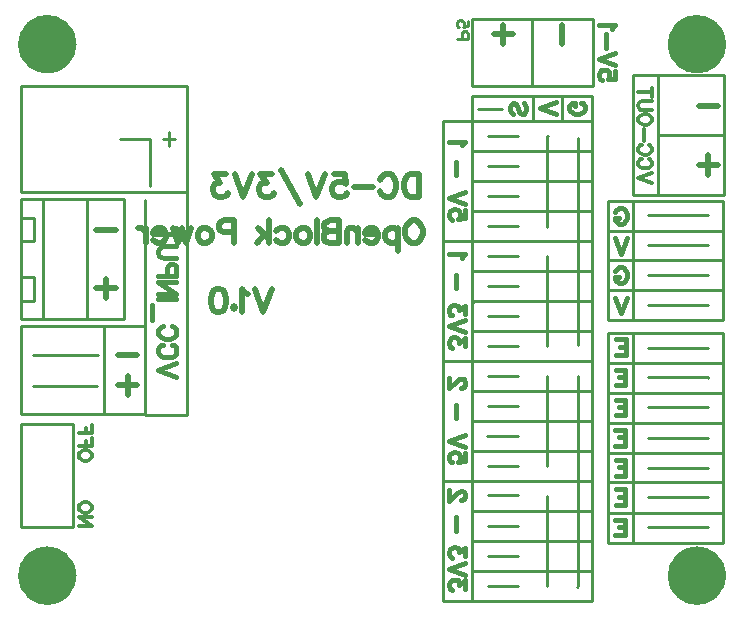
<source format=gbo>
G04 Layer: BottomSilkLayer*
G04 EasyEDA v6.4.19.5, 2021-05-27T17:32:06+08:00*
G04 33a6c8c822a742f28e1fac3212fc467e,cef4b8211a074a3184fc3ad01c494734,10*
G04 Gerber Generator version 0.2*
G04 Scale: 100 percent, Rotated: No, Reflected: No *
G04 Dimensions in millimeters *
G04 leading zeros omitted , absolute positions ,4 integer and 5 decimal *
%FSLAX45Y45*%
%MOMM*%

%ADD12C,0.5000*%
%ADD37C,0.2500*%
%ADD40C,3.0000*%
%ADD41C,0.4000*%
%ADD43C,0.3000*%

%LPD*%
D41*
X4771821Y1754985D02*
G01*
X4784549Y1748619D01*
X4797275Y1735891D01*
X4803640Y1723166D01*
X4803640Y1697710D01*
X4797275Y1684982D01*
X4784549Y1672254D01*
X4771821Y1665889D01*
X4752728Y1659526D01*
X4720910Y1659526D01*
X4701819Y1665889D01*
X4689091Y1672254D01*
X4676363Y1684982D01*
X4669998Y1697710D01*
X4669998Y1723166D01*
X4676363Y1735891D01*
X4689091Y1748619D01*
X4701819Y1754985D01*
X4720910Y1754985D01*
X4720910Y1723166D02*
G01*
X4720910Y1754985D01*
X4553623Y1658170D02*
G01*
X4419983Y1709082D01*
X4553623Y1759993D02*
G01*
X4419983Y1709082D01*
X4189082Y1660890D02*
G01*
X4176354Y1673618D01*
X4169989Y1692709D01*
X4169989Y1718165D01*
X4176354Y1737255D01*
X4189082Y1749983D01*
X4201810Y1749983D01*
X4214538Y1743621D01*
X4220900Y1737255D01*
X4227263Y1724527D01*
X4239991Y1686346D01*
X4246356Y1673618D01*
X4252719Y1667253D01*
X4265447Y1660890D01*
X4284540Y1660890D01*
X4297265Y1673618D01*
X4303631Y1692709D01*
X4303631Y1718165D01*
X4297265Y1737255D01*
X4284540Y1749983D01*
X3788580Y842060D02*
G01*
X3788580Y778306D01*
X3731178Y771956D01*
X3737528Y778306D01*
X3743878Y797356D01*
X3743878Y816406D01*
X3737528Y835710D01*
X3724828Y848410D01*
X3705778Y854760D01*
X3693078Y854760D01*
X3674028Y848410D01*
X3661328Y835710D01*
X3654978Y816406D01*
X3654978Y797356D01*
X3661328Y778306D01*
X3667678Y771956D01*
X3680378Y765606D01*
X3788580Y896670D02*
G01*
X3654978Y947722D01*
X3788580Y998522D02*
G01*
X3654978Y947722D01*
X3712128Y1138478D02*
G01*
X3712128Y1253030D01*
X3762928Y1392986D02*
G01*
X3769278Y1405686D01*
X3788580Y1424988D01*
X3654978Y1424988D01*
X3788603Y-2359888D02*
G01*
X3788603Y-2289782D01*
X3737528Y-2328138D01*
X3737528Y-2308832D01*
X3731178Y-2296132D01*
X3724828Y-2289782D01*
X3705778Y-2283432D01*
X3693078Y-2283432D01*
X3674028Y-2289782D01*
X3661328Y-2302482D01*
X3654978Y-2321788D01*
X3654978Y-2340838D01*
X3661328Y-2359888D01*
X3667678Y-2366238D01*
X3680378Y-2372588D01*
X3788603Y-2241527D02*
G01*
X3654978Y-2190465D01*
X3788603Y-2139665D02*
G01*
X3654978Y-2190465D01*
X3788603Y-2085058D02*
G01*
X3788603Y-2014954D01*
X3737528Y-2053054D01*
X3737528Y-2034004D01*
X3731178Y-2021304D01*
X3724828Y-2014954D01*
X3705778Y-2008604D01*
X3693078Y-2008604D01*
X3674028Y-2014954D01*
X3661328Y-2027654D01*
X3654978Y-2046704D01*
X3654978Y-2065754D01*
X3661328Y-2085058D01*
X3667678Y-2091408D01*
X3680378Y-2097758D01*
X3712128Y-1868650D02*
G01*
X3712128Y-1754093D01*
X3756578Y-1607792D02*
G01*
X3762928Y-1607792D01*
X3775903Y-1601188D01*
X3782253Y-1594838D01*
X3788603Y-1582138D01*
X3788603Y-1556738D01*
X3782253Y-1544038D01*
X3775903Y-1537688D01*
X3762928Y-1531338D01*
X3750228Y-1531338D01*
X3737528Y-1537688D01*
X3718478Y-1550388D01*
X3654978Y-1614142D01*
X3654978Y-1524988D01*
X3783606Y-307743D02*
G01*
X3783606Y-237637D01*
X3732555Y-275993D01*
X3732555Y-256687D01*
X3726205Y-243987D01*
X3719855Y-237637D01*
X3700805Y-231287D01*
X3688105Y-231287D01*
X3669055Y-237637D01*
X3656355Y-250337D01*
X3650005Y-269643D01*
X3650005Y-288693D01*
X3656355Y-307743D01*
X3662705Y-314093D01*
X3675405Y-320443D01*
X3783606Y-189379D02*
G01*
X3650005Y-138328D01*
X3783606Y-87528D02*
G01*
X3650005Y-138328D01*
X3783606Y-32918D02*
G01*
X3783606Y37188D01*
X3732555Y-911D01*
X3732555Y18138D01*
X3726205Y30838D01*
X3719855Y37188D01*
X3700805Y43538D01*
X3688105Y43538D01*
X3669055Y37188D01*
X3656355Y24488D01*
X3650005Y5438D01*
X3650005Y-13611D01*
X3656355Y-32918D01*
X3662705Y-39268D01*
X3675405Y-45618D01*
X3707155Y183489D02*
G01*
X3707155Y298046D01*
X3757955Y438000D02*
G01*
X3764305Y450954D01*
X3783606Y470004D01*
X3650005Y470004D01*
X3788582Y-1215082D02*
G01*
X3788582Y-1278839D01*
X3731181Y-1285189D01*
X3737531Y-1278839D01*
X3743881Y-1259789D01*
X3743881Y-1240739D01*
X3737531Y-1221432D01*
X3724831Y-1208732D01*
X3705781Y-1202382D01*
X3693081Y-1202382D01*
X3674031Y-1208732D01*
X3661331Y-1221432D01*
X3654981Y-1240739D01*
X3654981Y-1259789D01*
X3661331Y-1278839D01*
X3667681Y-1285189D01*
X3680381Y-1291539D01*
X3788582Y-1160475D02*
G01*
X3654981Y-1109423D01*
X3788582Y-1058623D02*
G01*
X3654981Y-1109423D01*
X3712131Y-918667D02*
G01*
X3712131Y-804118D01*
X3756581Y-657806D02*
G01*
X3762931Y-657806D01*
X3775882Y-651456D01*
X3782232Y-645106D01*
X3788582Y-632157D01*
X3788582Y-606757D01*
X3782232Y-594057D01*
X3775882Y-587707D01*
X3762931Y-581357D01*
X3750231Y-581357D01*
X3737531Y-587707D01*
X3718481Y-600407D01*
X3654981Y-664156D01*
X3654981Y-575007D01*
D12*
X4609993Y2251372D02*
G01*
X4609993Y2415009D01*
X4029989Y2333188D02*
G01*
X4193623Y2333188D01*
X4111805Y2415004D02*
G01*
X4111805Y2251369D01*
X5764992Y1729994D02*
G01*
X5928616Y1729994D01*
X5846795Y1310004D02*
G01*
X5846795Y1146373D01*
X5928613Y1228191D02*
G01*
X5764989Y1228191D01*
D43*
X5369991Y1074928D02*
G01*
X5255437Y1118565D01*
X5369991Y1162202D02*
G01*
X5255437Y1118565D01*
X5342712Y1280007D02*
G01*
X5353634Y1274571D01*
X5364535Y1263650D01*
X5369991Y1252753D01*
X5369991Y1230934D01*
X5364535Y1220012D01*
X5353634Y1209116D01*
X5342712Y1203655D01*
X5326354Y1198194D01*
X5299075Y1198194D01*
X5282717Y1203655D01*
X5271820Y1209116D01*
X5260898Y1220012D01*
X5255437Y1230934D01*
X5255437Y1252753D01*
X5260898Y1263650D01*
X5271820Y1274571D01*
X5282717Y1280007D01*
X5342712Y1397838D02*
G01*
X5353634Y1392377D01*
X5364535Y1381480D01*
X5369991Y1370558D01*
X5369991Y1348739D01*
X5364535Y1337843D01*
X5353634Y1326921D01*
X5342712Y1321460D01*
X5326354Y1316024D01*
X5299075Y1316024D01*
X5282717Y1321460D01*
X5271820Y1326921D01*
X5260898Y1337843D01*
X5255437Y1348739D01*
X5255437Y1370558D01*
X5260898Y1381480D01*
X5271820Y1392377D01*
X5282717Y1397838D01*
X5304536Y1433829D02*
G01*
X5304536Y1532026D01*
X5369991Y1600733D02*
G01*
X5364535Y1589836D01*
X5353634Y1578914D01*
X5342712Y1573479D01*
X5326354Y1568018D01*
X5299075Y1568018D01*
X5282717Y1573479D01*
X5271820Y1578914D01*
X5260898Y1589836D01*
X5255437Y1600733D01*
X5255437Y1622552D01*
X5260898Y1633473D01*
X5271820Y1644370D01*
X5282717Y1649831D01*
X5299075Y1655292D01*
X5326354Y1655292D01*
X5342712Y1649831D01*
X5353634Y1644370D01*
X5364535Y1633473D01*
X5369991Y1622552D01*
X5369991Y1600733D01*
X5369991Y1691284D02*
G01*
X5288178Y1691284D01*
X5271820Y1696745D01*
X5260898Y1707642D01*
X5255437Y1724025D01*
X5255437Y1734926D01*
X5260898Y1751279D01*
X5271820Y1762201D01*
X5288178Y1767662D01*
X5369991Y1767662D01*
X5369991Y1841830D02*
G01*
X5255437Y1841830D01*
X5369991Y1803654D02*
G01*
X5369991Y1880006D01*
D41*
X5058915Y832472D02*
G01*
X5065288Y845205D01*
X5078011Y857933D01*
X5090741Y864290D01*
X5116200Y864290D01*
X5128925Y857933D01*
X5141648Y845205D01*
X5148013Y832472D01*
X5154378Y813386D01*
X5154378Y781568D01*
X5148013Y762474D01*
X5141648Y749749D01*
X5128925Y737016D01*
X5116200Y730653D01*
X5090741Y730653D01*
X5078011Y737016D01*
X5065288Y749749D01*
X5058915Y762474D01*
X5058915Y781568D01*
X5090741Y781568D02*
G01*
X5058915Y781568D01*
X5156799Y610003D02*
G01*
X5105887Y476364D01*
X5054978Y610003D02*
G01*
X5105887Y476364D01*
X5059989Y328178D02*
G01*
X5066362Y340911D01*
X5079085Y353639D01*
X5091816Y359996D01*
X5117271Y359996D01*
X5129999Y353639D01*
X5142722Y340911D01*
X5149090Y328178D01*
X5155453Y309092D01*
X5155453Y277274D01*
X5149090Y258180D01*
X5142722Y245455D01*
X5129999Y232722D01*
X5117271Y226359D01*
X5091816Y226359D01*
X5079085Y232722D01*
X5066362Y245455D01*
X5059989Y258180D01*
X5059989Y277274D01*
X5091816Y277274D02*
G01*
X5059989Y277274D01*
X5156796Y105006D02*
G01*
X5105885Y-28633D01*
X5054978Y105006D02*
G01*
X5105885Y-28633D01*
X5147721Y-250009D02*
G01*
X5147721Y-383651D01*
X5147721Y-250009D02*
G01*
X5064991Y-250009D01*
X5147721Y-313649D02*
G01*
X5096809Y-313649D01*
X5147721Y-383651D02*
G01*
X5064991Y-383651D01*
X5144028Y-504764D02*
G01*
X5144028Y-638408D01*
X5144028Y-504764D02*
G01*
X5061295Y-504764D01*
X5144028Y-568406D02*
G01*
X5093114Y-568406D01*
X5144028Y-638408D02*
G01*
X5061295Y-638408D01*
X5143964Y-759739D02*
G01*
X5143964Y-893381D01*
X5143964Y-759739D02*
G01*
X5061234Y-759739D01*
X5143964Y-823376D02*
G01*
X5093053Y-823376D01*
X5143964Y-893381D02*
G01*
X5061234Y-893381D01*
X5142717Y-1015006D02*
G01*
X5142717Y-1148648D01*
X5142717Y-1015006D02*
G01*
X5059987Y-1015006D01*
X5142717Y-1078644D02*
G01*
X5091805Y-1078644D01*
X5142717Y-1148648D02*
G01*
X5059987Y-1148648D01*
X5143964Y-1269616D02*
G01*
X5143964Y-1403256D01*
X5143964Y-1269616D02*
G01*
X5061234Y-1269616D01*
X5143964Y-1333253D02*
G01*
X5093053Y-1333253D01*
X5143964Y-1403256D02*
G01*
X5061234Y-1403256D01*
X5143964Y-1519836D02*
G01*
X5143964Y-1653479D01*
X5143964Y-1519836D02*
G01*
X5061234Y-1519836D01*
X5143964Y-1583479D02*
G01*
X5093053Y-1583479D01*
X5143964Y-1653479D02*
G01*
X5061234Y-1653479D01*
X5142710Y-1775002D02*
G01*
X5142710Y-1908644D01*
X5142710Y-1775002D02*
G01*
X5059982Y-1775002D01*
X5142710Y-1838639D02*
G01*
X5091800Y-1838639D01*
X5142710Y-1908644D02*
G01*
X5059982Y-1908644D01*
D12*
X664997Y680008D02*
G01*
X828624Y680008D01*
X746803Y264998D02*
G01*
X746803Y101366D01*
X828621Y183184D02*
G01*
X664994Y183184D01*
X850013Y-384987D02*
G01*
X1013640Y-384987D01*
X931824Y-554987D02*
G01*
X931824Y-718619D01*
X1013637Y-636800D02*
G01*
X850011Y-636800D01*
D43*
X515012Y-1662722D02*
G01*
X520466Y-1651812D01*
X531375Y-1640903D01*
X542284Y-1635447D01*
X558647Y-1629994D01*
X585922Y-1629994D01*
X602284Y-1635447D01*
X613194Y-1640903D01*
X624103Y-1651812D01*
X629556Y-1662722D01*
X629556Y-1684538D01*
X624103Y-1695447D01*
X613194Y-1706356D01*
X602284Y-1711812D01*
X585922Y-1717266D01*
X558647Y-1717266D01*
X542284Y-1711812D01*
X531375Y-1706356D01*
X520466Y-1695447D01*
X515012Y-1684538D01*
X515012Y-1662722D01*
X515012Y-1753265D02*
G01*
X629556Y-1753265D01*
X515012Y-1753265D02*
G01*
X629556Y-1829630D01*
X515012Y-1829630D02*
G01*
X629556Y-1829630D01*
X629556Y-1243365D02*
G01*
X624103Y-1254272D01*
X613194Y-1265181D01*
X602284Y-1270637D01*
X585922Y-1276090D01*
X558647Y-1276090D01*
X542284Y-1270637D01*
X531375Y-1265181D01*
X520466Y-1254272D01*
X515012Y-1243365D01*
X515012Y-1221546D01*
X520466Y-1210637D01*
X531375Y-1199728D01*
X542284Y-1194272D01*
X558647Y-1188819D01*
X585922Y-1188819D01*
X602284Y-1194272D01*
X613194Y-1199728D01*
X624103Y-1210637D01*
X629556Y-1221546D01*
X629556Y-1243365D01*
X629556Y-1152819D02*
G01*
X515012Y-1152819D01*
X629556Y-1152819D02*
G01*
X629556Y-1081910D01*
X575012Y-1152819D02*
G01*
X575012Y-1109182D01*
X629556Y-1045911D02*
G01*
X515012Y-1045911D01*
X629556Y-1045911D02*
G01*
X629556Y-975001D01*
X575012Y-1045911D02*
G01*
X575012Y-1002273D01*
D41*
X5053622Y2023084D02*
G01*
X5053622Y1959442D01*
X4996350Y1953079D01*
X5002712Y1959442D01*
X5009078Y1978535D01*
X5009078Y1997628D01*
X5002712Y2016716D01*
X4989984Y2029447D01*
X4970894Y2035810D01*
X4958166Y2035810D01*
X4939075Y2029447D01*
X4926347Y2016716D01*
X4919985Y1997628D01*
X4919985Y1978535D01*
X4926347Y1959442D01*
X4932713Y1953079D01*
X4945440Y1946716D01*
X5053622Y2077813D02*
G01*
X4919985Y2128720D01*
X5053622Y2179634D02*
G01*
X4919985Y2128720D01*
X4977259Y2221636D02*
G01*
X4977259Y2336185D01*
X5028168Y2378184D02*
G01*
X5034531Y2390914D01*
X5053622Y2410002D01*
X4919985Y2410002D01*
X1343642Y-566734D02*
G01*
X1190914Y-508553D01*
X1343642Y-450372D02*
G01*
X1190914Y-508553D01*
X1307279Y-293281D02*
G01*
X1321823Y-300553D01*
X1336370Y-315099D01*
X1343642Y-329643D01*
X1343642Y-358736D01*
X1336370Y-373280D01*
X1321823Y-387827D01*
X1307279Y-395099D01*
X1285460Y-402371D01*
X1249095Y-402371D01*
X1227279Y-395099D01*
X1212733Y-387827D01*
X1198186Y-373280D01*
X1190914Y-358736D01*
X1190914Y-329643D01*
X1198186Y-315099D01*
X1212733Y-300553D01*
X1227279Y-293281D01*
X1307279Y-136189D02*
G01*
X1321823Y-143464D01*
X1336370Y-158008D01*
X1343642Y-172554D01*
X1343642Y-201645D01*
X1336370Y-216189D01*
X1321823Y-230736D01*
X1307279Y-238008D01*
X1285460Y-245280D01*
X1249095Y-245280D01*
X1227279Y-238008D01*
X1212733Y-230736D01*
X1198186Y-216189D01*
X1190914Y-201645D01*
X1190914Y-172554D01*
X1198186Y-158008D01*
X1212733Y-143464D01*
X1227279Y-136189D01*
X1140005Y-88191D02*
G01*
X1140005Y42717D01*
X1343642Y90718D02*
G01*
X1190914Y90718D01*
X1343642Y138717D02*
G01*
X1190914Y138717D01*
X1343642Y138717D02*
G01*
X1190914Y240535D01*
X1343642Y240535D02*
G01*
X1190914Y240535D01*
X1343642Y288536D02*
G01*
X1190914Y288536D01*
X1343642Y288536D02*
G01*
X1343642Y353989D01*
X1336370Y375808D01*
X1329095Y383080D01*
X1314551Y390354D01*
X1292732Y390354D01*
X1278186Y383080D01*
X1270914Y375808D01*
X1263642Y353989D01*
X1263642Y288536D01*
X1343642Y438353D02*
G01*
X1234551Y438353D01*
X1212733Y445625D01*
X1198186Y460171D01*
X1190914Y481990D01*
X1190914Y496534D01*
X1198186Y518353D01*
X1212733Y532899D01*
X1234551Y540171D01*
X1343642Y540171D01*
X1343642Y639079D02*
G01*
X1190914Y639079D01*
X1343642Y588172D02*
G01*
X1343642Y689988D01*
D12*
X3393638Y1148621D02*
G01*
X3393638Y957712D01*
X3393638Y1148621D02*
G01*
X3330003Y1148621D01*
X3302731Y1139530D01*
X3284547Y1121346D01*
X3275456Y1103165D01*
X3266366Y1075893D01*
X3266366Y1030439D01*
X3275456Y1003165D01*
X3284547Y984984D01*
X3302731Y966802D01*
X3330003Y957712D01*
X3393638Y957712D01*
X3070004Y1103165D02*
G01*
X3079094Y1121346D01*
X3097275Y1139530D01*
X3115457Y1148621D01*
X3151822Y1148621D01*
X3170003Y1139530D01*
X3188185Y1121346D01*
X3197275Y1103165D01*
X3206366Y1075893D01*
X3206366Y1030439D01*
X3197275Y1003165D01*
X3188185Y984984D01*
X3170003Y966802D01*
X3151822Y957712D01*
X3115457Y957712D01*
X3097275Y966802D01*
X3079094Y984984D01*
X3070004Y1003165D01*
X3010004Y1039530D02*
G01*
X2846367Y1039530D01*
X2677276Y1148621D02*
G01*
X2768185Y1148621D01*
X2777276Y1066802D01*
X2768185Y1075893D01*
X2740913Y1084983D01*
X2713639Y1084983D01*
X2686367Y1075893D01*
X2668186Y1057711D01*
X2659095Y1030439D01*
X2659095Y1012256D01*
X2668186Y984984D01*
X2686367Y966802D01*
X2713639Y957712D01*
X2740913Y957712D01*
X2768185Y966802D01*
X2777276Y975893D01*
X2786367Y994074D01*
X2599095Y1148621D02*
G01*
X2526367Y957712D01*
X2453640Y1148621D02*
G01*
X2526367Y957712D01*
X2230005Y1184983D02*
G01*
X2393640Y894074D01*
X2151824Y1148621D02*
G01*
X2051824Y1148621D01*
X2106368Y1075893D01*
X2079096Y1075893D01*
X2060915Y1066802D01*
X2051824Y1057711D01*
X2042734Y1030439D01*
X2042734Y1012256D01*
X2051824Y984984D01*
X2070006Y966802D01*
X2097278Y957712D01*
X2124549Y957712D01*
X2151824Y966802D01*
X2160915Y975893D01*
X2170005Y994074D01*
X1982734Y1148621D02*
G01*
X1910006Y957712D01*
X1837278Y1148621D02*
G01*
X1910006Y957712D01*
X1759097Y1148621D02*
G01*
X1659097Y1148621D01*
X1713641Y1075893D01*
X1686369Y1075893D01*
X1668188Y1066802D01*
X1659097Y1057711D01*
X1650006Y1030439D01*
X1650006Y1012256D01*
X1659097Y984984D01*
X1677278Y966802D01*
X1704550Y957712D01*
X1731825Y957712D01*
X1759097Y966802D01*
X1768187Y975893D01*
X1777278Y994074D01*
X3372929Y757824D02*
G01*
X3391113Y748733D01*
X3409294Y730552D01*
X3418385Y712368D01*
X3427475Y685096D01*
X3427475Y639643D01*
X3418385Y612368D01*
X3409294Y594187D01*
X3391113Y576005D01*
X3372929Y566915D01*
X3336566Y566915D01*
X3318385Y576005D01*
X3300204Y594187D01*
X3291113Y612368D01*
X3282022Y639643D01*
X3282022Y685096D01*
X3291113Y712368D01*
X3300204Y730552D01*
X3318385Y748733D01*
X3336566Y757824D01*
X3372929Y757824D01*
X3222023Y694187D02*
G01*
X3222023Y503278D01*
X3222023Y666915D02*
G01*
X3203839Y685096D01*
X3185657Y694187D01*
X3158385Y694187D01*
X3140204Y685096D01*
X3122023Y666915D01*
X3112930Y639643D01*
X3112930Y621459D01*
X3122023Y594187D01*
X3140204Y576005D01*
X3158385Y566915D01*
X3185657Y566915D01*
X3203839Y576005D01*
X3222023Y594187D01*
X3052930Y639643D02*
G01*
X2943839Y639643D01*
X2943839Y657824D01*
X2952930Y676005D01*
X2962023Y685096D01*
X2980204Y694187D01*
X3007476Y694187D01*
X3025658Y685096D01*
X3043839Y666915D01*
X3052930Y639643D01*
X3052930Y621459D01*
X3043839Y594187D01*
X3025658Y576005D01*
X3007476Y566915D01*
X2980204Y566915D01*
X2962023Y576005D01*
X2943839Y594187D01*
X2883839Y694187D02*
G01*
X2883839Y566915D01*
X2883839Y657824D02*
G01*
X2856567Y685096D01*
X2838386Y694187D01*
X2811114Y694187D01*
X2792930Y685096D01*
X2783840Y657824D01*
X2783840Y566915D01*
X2723840Y757824D02*
G01*
X2723840Y566915D01*
X2723840Y757824D02*
G01*
X2642024Y757824D01*
X2614749Y748733D01*
X2605659Y739642D01*
X2596568Y721459D01*
X2596568Y703277D01*
X2605659Y685096D01*
X2614749Y676005D01*
X2642024Y666915D01*
X2723840Y666915D02*
G01*
X2642024Y666915D01*
X2614749Y657824D01*
X2605659Y648733D01*
X2596568Y630552D01*
X2596568Y603277D01*
X2605659Y585096D01*
X2614749Y576005D01*
X2642024Y566915D01*
X2723840Y566915D01*
X2536568Y757824D02*
G01*
X2536568Y566915D01*
X2431115Y694187D02*
G01*
X2449296Y685096D01*
X2467477Y666915D01*
X2476568Y639643D01*
X2476568Y621459D01*
X2467477Y594187D01*
X2449296Y576005D01*
X2431115Y566915D01*
X2403840Y566915D01*
X2385659Y576005D01*
X2367478Y594187D01*
X2358387Y621459D01*
X2358387Y639643D01*
X2367478Y666915D01*
X2385659Y685096D01*
X2403840Y694187D01*
X2431115Y694187D01*
X2189297Y666915D02*
G01*
X2207478Y685096D01*
X2225659Y694187D01*
X2252931Y694187D01*
X2271115Y685096D01*
X2289296Y666915D01*
X2298387Y639643D01*
X2298387Y621459D01*
X2289296Y594187D01*
X2271115Y576005D01*
X2252931Y566915D01*
X2225659Y566915D01*
X2207478Y576005D01*
X2189297Y594187D01*
X2129297Y757824D02*
G01*
X2129297Y566915D01*
X2038388Y694187D02*
G01*
X2129297Y603277D01*
X2092932Y639643D02*
G01*
X2029297Y566915D01*
X1829297Y757824D02*
G01*
X1829297Y566915D01*
X1829297Y757824D02*
G01*
X1747479Y757824D01*
X1720207Y748733D01*
X1711116Y739642D01*
X1702026Y721459D01*
X1702026Y694187D01*
X1711116Y676005D01*
X1720207Y666915D01*
X1747479Y657824D01*
X1829297Y657824D01*
X1596570Y694187D02*
G01*
X1614751Y685096D01*
X1632932Y666915D01*
X1642026Y639643D01*
X1642026Y621459D01*
X1632932Y594187D01*
X1614751Y576005D01*
X1596570Y566915D01*
X1569298Y566915D01*
X1551117Y576005D01*
X1532933Y594187D01*
X1523842Y621459D01*
X1523842Y639643D01*
X1532933Y666915D01*
X1551117Y685096D01*
X1569298Y694187D01*
X1596570Y694187D01*
X1463842Y694187D02*
G01*
X1427479Y566915D01*
X1391117Y694187D02*
G01*
X1427479Y566915D01*
X1391117Y694187D02*
G01*
X1354752Y566915D01*
X1318389Y694187D02*
G01*
X1354752Y566915D01*
X1258389Y639643D02*
G01*
X1149299Y639643D01*
X1149299Y657824D01*
X1158389Y676005D01*
X1167480Y685096D01*
X1185661Y694187D01*
X1212933Y694187D01*
X1231117Y685096D01*
X1249298Y666915D01*
X1258389Y639643D01*
X1258389Y621459D01*
X1249298Y594187D01*
X1231117Y576005D01*
X1212933Y566915D01*
X1185661Y566915D01*
X1167480Y576005D01*
X1149299Y594187D01*
X1089299Y694187D02*
G01*
X1089299Y566915D01*
X1089299Y639643D02*
G01*
X1080208Y666915D01*
X1062027Y685096D01*
X1043843Y694187D01*
X1016571Y694187D01*
X2151362Y175005D02*
G01*
X2078634Y-15902D01*
X2005906Y175005D02*
G01*
X2078634Y-15902D01*
X1945906Y138643D02*
G01*
X1927725Y147734D01*
X1900453Y175005D01*
X1900453Y-15902D01*
X1831362Y29552D02*
G01*
X1840453Y20462D01*
X1831362Y11369D01*
X1822272Y20462D01*
X1831362Y29552D01*
X1707725Y175005D02*
G01*
X1734997Y165915D01*
X1753179Y138643D01*
X1762272Y93187D01*
X1762272Y65915D01*
X1753179Y20462D01*
X1734997Y-6812D01*
X1707725Y-15902D01*
X1689544Y-15902D01*
X1662272Y-6812D01*
X1644088Y20462D01*
X1634997Y65915D01*
X1634997Y93187D01*
X1644088Y138643D01*
X1662272Y165915D01*
X1689544Y175005D01*
X1707725Y175005D01*
D37*
X3810513Y2297760D02*
G01*
X3715009Y2297760D01*
X3810513Y2297760D02*
G01*
X3810513Y2338654D01*
X3805941Y2352370D01*
X3801369Y2356942D01*
X3792225Y2361514D01*
X3778509Y2361514D01*
X3769619Y2356942D01*
X3765047Y2352370D01*
X3760475Y2338654D01*
X3760475Y2297760D01*
X3810513Y2445842D02*
G01*
X3810513Y2400376D01*
X3769619Y2396058D01*
X3774191Y2400376D01*
X3778509Y2414092D01*
X3778509Y2427808D01*
X3774191Y2441270D01*
X3765047Y2450414D01*
X3751331Y2454986D01*
X3742187Y2454986D01*
X3728725Y2450414D01*
X3719581Y2441270D01*
X3715009Y2427808D01*
X3715009Y2414092D01*
X3719581Y2400376D01*
X3724153Y2396058D01*
X3733297Y2391486D01*
X3849979Y1599996D02*
G01*
X3849979Y-2459989D01*
X3849979Y-2459989D02*
G01*
X4864988Y-2459989D01*
X4864988Y-2459989D02*
G01*
X4864988Y1599996D01*
X4864988Y1599996D02*
G01*
X3849979Y1599996D01*
X3854983Y1349984D02*
G01*
X3859961Y1345006D01*
X4859985Y1345006D01*
X4864988Y1340002D01*
X4864988Y1094994D02*
G01*
X3849979Y1094994D01*
X3859987Y840003D02*
G01*
X4864988Y840003D01*
X4864988Y584987D02*
G01*
X3859961Y584987D01*
X3854983Y580009D01*
X3854983Y329996D02*
G01*
X4859985Y329996D01*
X4859985Y75006D02*
G01*
X3859987Y75006D01*
X3854983Y70002D01*
X3854983Y-175005D02*
G01*
X3859987Y-180009D01*
X4864988Y-180009D01*
X4864988Y-429996D02*
G01*
X3854983Y-429996D01*
X3854983Y-684987D02*
G01*
X4864988Y-684987D01*
X4864988Y-940003D02*
G01*
X3854983Y-940003D01*
X3854983Y-1194993D02*
G01*
X4864988Y-1194993D01*
X4864988Y-1445005D02*
G01*
X3854983Y-1445005D01*
X3854983Y-1699996D02*
G01*
X4864988Y-1699996D01*
X4859985Y-1954987D02*
G01*
X3849979Y-1954987D01*
X3859987Y-2210003D02*
G01*
X4864988Y-2210003D01*
X3849979Y1599996D02*
G01*
X3849979Y1810004D01*
X3849979Y1810004D02*
G01*
X4864988Y1810004D01*
X4864988Y1810004D02*
G01*
X4864988Y1594993D01*
X4609998Y1799996D02*
G01*
X4609998Y1599996D01*
X4359986Y1805000D02*
G01*
X4359986Y1599996D01*
X3899992Y1699996D02*
G01*
X4099991Y1699996D01*
X3849877Y1599945D02*
G01*
X3599992Y1599996D01*
X3599992Y1599996D02*
G01*
X3599992Y-2459989D01*
X3599992Y-2459989D02*
G01*
X3849979Y-2459989D01*
X3854983Y584987D02*
G01*
X3599992Y584987D01*
X3849979Y-429996D02*
G01*
X3599992Y-429996D01*
X3849979Y-1445005D02*
G01*
X3599992Y-1445005D01*
X3849979Y2459989D02*
G01*
X3849979Y1899996D01*
X3849979Y1899996D02*
G01*
X4869992Y1899996D01*
X4869992Y1899996D02*
G01*
X4869992Y2459989D01*
X4869992Y2459989D02*
G01*
X3849979Y2459989D01*
X4354982Y2454986D02*
G01*
X4354982Y1905000D01*
X5978296Y1990013D02*
G01*
X5418302Y1990013D01*
X5418302Y1990013D02*
G01*
X5418302Y970000D01*
X5418302Y970000D02*
G01*
X5978296Y970000D01*
X5978296Y970000D02*
G01*
X5978296Y1990013D01*
X5973216Y1484909D02*
G01*
X5423306Y1484909D01*
X5209997Y924991D02*
G01*
X5209997Y-84988D01*
X5209997Y-84988D02*
G01*
X5969990Y-84988D01*
X5969990Y-84988D02*
G01*
X5969990Y924991D01*
X5969990Y924991D02*
G01*
X5209997Y924991D01*
X5215000Y670001D02*
G01*
X5969990Y670001D01*
X5215000Y419988D02*
G01*
X5969990Y419988D01*
X5215000Y164998D02*
G01*
X5969990Y164998D01*
X5419979Y970000D02*
G01*
X5209997Y970000D01*
X5209997Y970000D02*
G01*
X5209997Y1989988D01*
X5209997Y1989988D02*
G01*
X5419979Y1989988D01*
X5209997Y924991D02*
G01*
X4999990Y924991D01*
X4999990Y924991D02*
G01*
X4999990Y-84988D01*
X4999990Y-84988D02*
G01*
X5209997Y-84988D01*
X5215000Y670001D02*
G01*
X4999990Y670001D01*
X5209997Y419988D02*
G01*
X4999990Y419988D01*
X5215000Y164998D02*
G01*
X4999990Y164998D01*
X5209997Y-194995D02*
G01*
X5209997Y-1969998D01*
X5209997Y-1969998D02*
G01*
X5969990Y-1969998D01*
X5969990Y-1969998D02*
G01*
X5969990Y-194995D01*
X5969990Y-194995D02*
G01*
X5209997Y-194995D01*
X5209997Y-445007D02*
G01*
X5969990Y-445007D01*
X5209997Y-699998D02*
G01*
X5969990Y-699998D01*
X5215000Y-954989D02*
G01*
X5969990Y-954989D01*
X5215000Y-1210005D02*
G01*
X5964986Y-1210005D01*
X5969990Y-1215009D01*
X5215000Y-1464995D02*
G01*
X5220004Y-1459992D01*
X5969990Y-1459992D01*
X5215000Y-1715007D02*
G01*
X5969990Y-1715007D01*
X4739995Y1454988D02*
G01*
X4739995Y-299999D01*
X4739995Y-559993D02*
G01*
X4739995Y-2340000D01*
X4734991Y-2345004D01*
X4489983Y1475003D02*
G01*
X4484979Y1475003D01*
X4484979Y705002D01*
X4484979Y459994D02*
G01*
X4484979Y-305003D01*
X4484979Y-559993D02*
G01*
X4484979Y-1319987D01*
X4484979Y-1575003D02*
G01*
X4484979Y-2340000D01*
X3980002Y1475003D02*
G01*
X4234992Y1475003D01*
X3980002Y1219987D02*
G01*
X4234992Y1219987D01*
X3980002Y964996D02*
G01*
X4234992Y964996D01*
X3980002Y715010D02*
G01*
X4234992Y715010D01*
X3980002Y459994D02*
G01*
X4234992Y459994D01*
X3980002Y205003D02*
G01*
X4234992Y205003D01*
X3980002Y-50012D02*
G01*
X4234992Y-50012D01*
X4234992Y-54990D01*
X3980002Y-305003D02*
G01*
X4234992Y-305003D01*
X3980002Y-559993D02*
G01*
X4234992Y-559993D01*
X3980002Y-810005D02*
G01*
X4234992Y-810005D01*
X3974998Y-1064996D02*
G01*
X4234992Y-1064996D01*
X3980002Y-1319987D02*
G01*
X4234992Y-1319987D01*
X3980002Y-1569999D02*
G01*
X4234992Y-1569999D01*
X3980002Y-1829993D02*
G01*
X4234992Y-1829993D01*
X3980002Y-2084984D02*
G01*
X4234992Y-2084984D01*
X3980002Y-2334996D02*
G01*
X4234992Y-2334996D01*
X5209997Y-194995D02*
G01*
X4999990Y-194995D01*
X4999990Y-194995D02*
G01*
X4999990Y-1969998D01*
X4999990Y-1969998D02*
G01*
X5209997Y-1969998D01*
X5209997Y-445007D02*
G01*
X4999990Y-445007D01*
X5209997Y-699998D02*
G01*
X4999990Y-699998D01*
X5209997Y-954989D02*
G01*
X4999990Y-954989D01*
X5209997Y-1210005D02*
G01*
X4999990Y-1210005D01*
X5209997Y-1459992D02*
G01*
X4999990Y-1459992D01*
X5209997Y-1715007D02*
G01*
X4999990Y-1715007D01*
X5334990Y-319989D02*
G01*
X5844997Y-319989D01*
X5334990Y-570001D02*
G01*
X5839993Y-570001D01*
X5844997Y-575005D01*
X5334990Y-824992D02*
G01*
X5844997Y-824992D01*
X5334990Y-1080007D02*
G01*
X5844997Y-1080007D01*
X5334990Y-1334998D02*
G01*
X5844997Y-1334998D01*
X5334990Y-1584985D02*
G01*
X5844997Y-1584985D01*
X5334990Y-1840001D02*
G01*
X5844997Y-1840001D01*
X29997Y1899996D02*
G01*
X1429994Y1899996D01*
X1429994Y1899996D02*
G01*
X1429994Y999997D01*
X1429994Y999997D02*
G01*
X29997Y999997D01*
X29997Y999997D02*
G01*
X29997Y1899996D01*
X864996Y1449984D02*
G01*
X1119987Y1449984D01*
X1119987Y1449984D02*
G01*
X1119987Y1049985D01*
X1229995Y1449984D02*
G01*
X1329994Y1449984D01*
X1280007Y1510004D02*
G01*
X1280007Y1389989D01*
X29997Y940003D02*
G01*
X29997Y-80010D01*
X29997Y-80010D02*
G01*
X589991Y-80010D01*
X589991Y940003D02*
G01*
X29997Y940003D01*
X210007Y934999D02*
G01*
X210007Y-80010D01*
X589991Y-80010D02*
G01*
X589991Y940003D01*
X35001Y580009D02*
G01*
X140004Y580009D01*
X140004Y580009D02*
G01*
X140004Y780008D01*
X140004Y780008D02*
G01*
X35001Y780008D01*
X35001Y80010D02*
G01*
X140004Y80010D01*
X140004Y80010D02*
G01*
X140004Y280009D01*
X140004Y280009D02*
G01*
X35001Y280009D01*
X589991Y940003D02*
G01*
X899998Y940003D01*
X899998Y940003D02*
G01*
X899998Y-80010D01*
X899998Y-80010D02*
G01*
X584987Y-80010D01*
X729995Y-135001D02*
G01*
X729995Y-884986D01*
X729995Y-884986D02*
G01*
X29997Y-884986D01*
X29997Y-884986D02*
G01*
X29997Y-135001D01*
X35001Y-135001D02*
G01*
X724992Y-135001D01*
X680008Y-380009D02*
G01*
X129997Y-380009D01*
X675004Y-640003D02*
G01*
X129997Y-640003D01*
X729995Y-135001D02*
G01*
X1080007Y-135001D01*
X1080007Y-135001D02*
G01*
X1080007Y-884986D01*
X1080007Y-884986D02*
G01*
X729995Y-884986D01*
X470001Y-964996D02*
G01*
X470001Y-1834997D01*
X470001Y-1834997D02*
G01*
X29997Y-1834997D01*
X29997Y-1834997D02*
G01*
X29997Y-964996D01*
X29997Y-964996D02*
G01*
X470001Y-964996D01*
X5334990Y805002D02*
G01*
X5844997Y805002D01*
X5334990Y549986D02*
G01*
X5844997Y549986D01*
X5334990Y294995D02*
G01*
X5844997Y294995D01*
X5334990Y40004D02*
G01*
X5844997Y40004D01*
X1429994Y999997D02*
G01*
X1429994Y-889990D01*
X1080007Y-889965D02*
G01*
X1429994Y-889990D01*
X1080007Y-135001D02*
G01*
X1080007Y934999D01*
D40*
G75*
G01
X5850128Y2249932D02*
G03X5850128Y2249932I-100076J0D01*
G75*
G01
X350012Y-2249932D02*
G03X350012Y-2249932I-100076J0D01*
G75*
G01
X5850128Y-2249932D02*
G03X5850128Y-2249932I-100076J0D01*
G75*
G01
X350012Y2249932D02*
G03X350012Y2249932I-100076J0D01*
M02*

</source>
